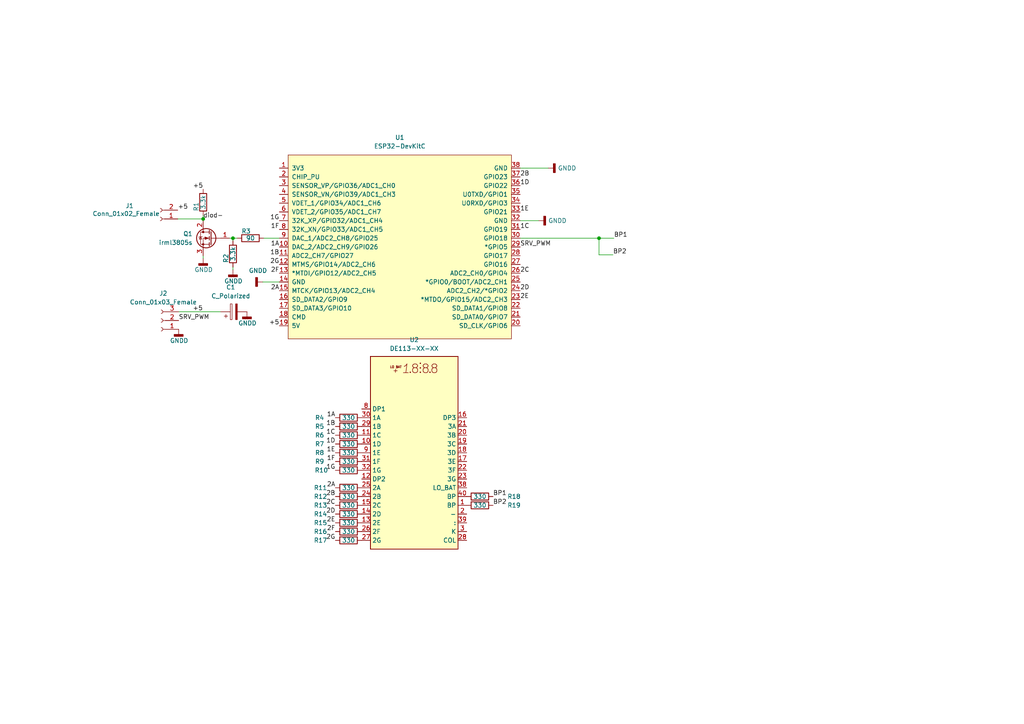
<source format=kicad_sch>
(kicad_sch (version 20211123) (generator eeschema)

  (uuid e63e39d7-6ac0-4ffd-8aa3-1841a4541b55)

  (paper "A4")

  (lib_symbols
    (symbol "Connector:Conn_01x02_Female" (pin_names (offset 1.016) hide) (in_bom yes) (on_board yes)
      (property "Reference" "J" (id 0) (at 0 2.54 0)
        (effects (font (size 1.27 1.27)))
      )
      (property "Value" "Conn_01x02_Female" (id 1) (at 0 -5.08 0)
        (effects (font (size 1.27 1.27)))
      )
      (property "Footprint" "" (id 2) (at 0 0 0)
        (effects (font (size 1.27 1.27)) hide)
      )
      (property "Datasheet" "~" (id 3) (at 0 0 0)
        (effects (font (size 1.27 1.27)) hide)
      )
      (property "ki_keywords" "connector" (id 4) (at 0 0 0)
        (effects (font (size 1.27 1.27)) hide)
      )
      (property "ki_description" "Generic connector, single row, 01x02, script generated (kicad-library-utils/schlib/autogen/connector/)" (id 5) (at 0 0 0)
        (effects (font (size 1.27 1.27)) hide)
      )
      (property "ki_fp_filters" "Connector*:*_1x??_*" (id 6) (at 0 0 0)
        (effects (font (size 1.27 1.27)) hide)
      )
      (symbol "Conn_01x02_Female_1_1"
        (arc (start 0 -2.032) (mid -0.508 -2.54) (end 0 -3.048)
          (stroke (width 0.1524) (type default) (color 0 0 0 0))
          (fill (type none))
        )
        (polyline
          (pts
            (xy -1.27 -2.54)
            (xy -0.508 -2.54)
          )
          (stroke (width 0.1524) (type default) (color 0 0 0 0))
          (fill (type none))
        )
        (polyline
          (pts
            (xy -1.27 0)
            (xy -0.508 0)
          )
          (stroke (width 0.1524) (type default) (color 0 0 0 0))
          (fill (type none))
        )
        (arc (start 0 0.508) (mid -0.508 0) (end 0 -0.508)
          (stroke (width 0.1524) (type default) (color 0 0 0 0))
          (fill (type none))
        )
        (pin passive line (at -5.08 0 0) (length 3.81)
          (name "Pin_1" (effects (font (size 1.27 1.27))))
          (number "1" (effects (font (size 1.27 1.27))))
        )
        (pin passive line (at -5.08 -2.54 0) (length 3.81)
          (name "Pin_2" (effects (font (size 1.27 1.27))))
          (number "2" (effects (font (size 1.27 1.27))))
        )
      )
    )
    (symbol "Connector:Conn_01x03_Female" (pin_names (offset 1.016) hide) (in_bom yes) (on_board yes)
      (property "Reference" "J" (id 0) (at 0 5.08 0)
        (effects (font (size 1.27 1.27)))
      )
      (property "Value" "Conn_01x03_Female" (id 1) (at 0 -5.08 0)
        (effects (font (size 1.27 1.27)))
      )
      (property "Footprint" "" (id 2) (at 0 0 0)
        (effects (font (size 1.27 1.27)) hide)
      )
      (property "Datasheet" "~" (id 3) (at 0 0 0)
        (effects (font (size 1.27 1.27)) hide)
      )
      (property "ki_keywords" "connector" (id 4) (at 0 0 0)
        (effects (font (size 1.27 1.27)) hide)
      )
      (property "ki_description" "Generic connector, single row, 01x03, script generated (kicad-library-utils/schlib/autogen/connector/)" (id 5) (at 0 0 0)
        (effects (font (size 1.27 1.27)) hide)
      )
      (property "ki_fp_filters" "Connector*:*_1x??_*" (id 6) (at 0 0 0)
        (effects (font (size 1.27 1.27)) hide)
      )
      (symbol "Conn_01x03_Female_1_1"
        (arc (start 0 -2.032) (mid -0.508 -2.54) (end 0 -3.048)
          (stroke (width 0.1524) (type default) (color 0 0 0 0))
          (fill (type none))
        )
        (polyline
          (pts
            (xy -1.27 -2.54)
            (xy -0.508 -2.54)
          )
          (stroke (width 0.1524) (type default) (color 0 0 0 0))
          (fill (type none))
        )
        (polyline
          (pts
            (xy -1.27 0)
            (xy -0.508 0)
          )
          (stroke (width 0.1524) (type default) (color 0 0 0 0))
          (fill (type none))
        )
        (polyline
          (pts
            (xy -1.27 2.54)
            (xy -0.508 2.54)
          )
          (stroke (width 0.1524) (type default) (color 0 0 0 0))
          (fill (type none))
        )
        (arc (start 0 0.508) (mid -0.508 0) (end 0 -0.508)
          (stroke (width 0.1524) (type default) (color 0 0 0 0))
          (fill (type none))
        )
        (arc (start 0 3.048) (mid -0.508 2.54) (end 0 2.032)
          (stroke (width 0.1524) (type default) (color 0 0 0 0))
          (fill (type none))
        )
        (pin passive line (at -5.08 2.54 0) (length 3.81)
          (name "Pin_1" (effects (font (size 1.27 1.27))))
          (number "1" (effects (font (size 1.27 1.27))))
        )
        (pin passive line (at -5.08 0 0) (length 3.81)
          (name "Pin_2" (effects (font (size 1.27 1.27))))
          (number "2" (effects (font (size 1.27 1.27))))
        )
        (pin passive line (at -5.08 -2.54 0) (length 3.81)
          (name "Pin_3" (effects (font (size 1.27 1.27))))
          (number "3" (effects (font (size 1.27 1.27))))
        )
      )
    )
    (symbol "Device:C_Polarized" (pin_numbers hide) (pin_names (offset 0.254)) (in_bom yes) (on_board yes)
      (property "Reference" "C" (id 0) (at 0.635 2.54 0)
        (effects (font (size 1.27 1.27)) (justify left))
      )
      (property "Value" "C_Polarized" (id 1) (at 0.635 -2.54 0)
        (effects (font (size 1.27 1.27)) (justify left))
      )
      (property "Footprint" "" (id 2) (at 0.9652 -3.81 0)
        (effects (font (size 1.27 1.27)) hide)
      )
      (property "Datasheet" "~" (id 3) (at 0 0 0)
        (effects (font (size 1.27 1.27)) hide)
      )
      (property "ki_keywords" "cap capacitor" (id 4) (at 0 0 0)
        (effects (font (size 1.27 1.27)) hide)
      )
      (property "ki_description" "Polarized capacitor" (id 5) (at 0 0 0)
        (effects (font (size 1.27 1.27)) hide)
      )
      (property "ki_fp_filters" "CP_*" (id 6) (at 0 0 0)
        (effects (font (size 1.27 1.27)) hide)
      )
      (symbol "C_Polarized_0_1"
        (rectangle (start -2.286 0.508) (end 2.286 1.016)
          (stroke (width 0) (type default) (color 0 0 0 0))
          (fill (type none))
        )
        (polyline
          (pts
            (xy -1.778 2.286)
            (xy -0.762 2.286)
          )
          (stroke (width 0) (type default) (color 0 0 0 0))
          (fill (type none))
        )
        (polyline
          (pts
            (xy -1.27 2.794)
            (xy -1.27 1.778)
          )
          (stroke (width 0) (type default) (color 0 0 0 0))
          (fill (type none))
        )
        (rectangle (start 2.286 -0.508) (end -2.286 -1.016)
          (stroke (width 0) (type default) (color 0 0 0 0))
          (fill (type outline))
        )
      )
      (symbol "C_Polarized_1_1"
        (pin passive line (at 0 3.81 270) (length 2.794)
          (name "~" (effects (font (size 1.27 1.27))))
          (number "1" (effects (font (size 1.27 1.27))))
        )
        (pin passive line (at 0 -3.81 90) (length 2.794)
          (name "~" (effects (font (size 1.27 1.27))))
          (number "2" (effects (font (size 1.27 1.27))))
        )
      )
    )
    (symbol "Device:R" (pin_numbers hide) (pin_names (offset 0)) (in_bom yes) (on_board yes)
      (property "Reference" "R" (id 0) (at 2.032 0 90)
        (effects (font (size 1.27 1.27)))
      )
      (property "Value" "R" (id 1) (at 0 0 90)
        (effects (font (size 1.27 1.27)))
      )
      (property "Footprint" "" (id 2) (at -1.778 0 90)
        (effects (font (size 1.27 1.27)) hide)
      )
      (property "Datasheet" "~" (id 3) (at 0 0 0)
        (effects (font (size 1.27 1.27)) hide)
      )
      (property "ki_keywords" "R res resistor" (id 4) (at 0 0 0)
        (effects (font (size 1.27 1.27)) hide)
      )
      (property "ki_description" "Resistor" (id 5) (at 0 0 0)
        (effects (font (size 1.27 1.27)) hide)
      )
      (property "ki_fp_filters" "R_*" (id 6) (at 0 0 0)
        (effects (font (size 1.27 1.27)) hide)
      )
      (symbol "R_0_1"
        (rectangle (start -1.016 -2.54) (end 1.016 2.54)
          (stroke (width 0.254) (type default) (color 0 0 0 0))
          (fill (type none))
        )
      )
      (symbol "R_1_1"
        (pin passive line (at 0 3.81 270) (length 1.27)
          (name "~" (effects (font (size 1.27 1.27))))
          (number "1" (effects (font (size 1.27 1.27))))
        )
        (pin passive line (at 0 -3.81 90) (length 1.27)
          (name "~" (effects (font (size 1.27 1.27))))
          (number "2" (effects (font (size 1.27 1.27))))
        )
      )
    )
    (symbol "Display_Character:DE113-XX-XX" (in_bom yes) (on_board yes)
      (property "Reference" "U" (id 0) (at -11.43 29.21 0)
        (effects (font (size 1.27 1.27)))
      )
      (property "Value" "DE113-XX-XX" (id 1) (at -11.938 -30.226 0)
        (effects (font (size 1.27 1.27)) (justify left))
      )
      (property "Footprint" "Display_7Segment:DE113-XX-XX" (id 2) (at 0 -33.02 0)
        (effects (font (size 1.27 1.27)) hide)
      )
      (property "Datasheet" "http://www.display-elektronik.de/filter/DE113-MS-20_75.pdf" (id 3) (at -5.08 5.08 0)
        (effects (font (size 1.27 1.27)) hide)
      )
      (property "ki_keywords" "display LCD 7-segment" (id 4) (at 0 0 0)
        (effects (font (size 1.27 1.27)) hide)
      )
      (property "ki_description" "3 and half digit 7 segment transmissive standard LCD with LO BAT, pin length 7.5mm, -20°C to +70°C, 3V-5V VDD" (id 5) (at 0 0 0)
        (effects (font (size 1.27 1.27)) hide)
      )
      (property "ki_fp_filters" "*DE*113*" (id 6) (at 0 0 0)
        (effects (font (size 1.27 1.27)) hide)
      )
      (symbol "DE113-XX-XX_0_0"
        (text "+" (at -5.461 23.876 0)
          (effects (font (size 1.27 1.27) italic))
        )
        (text "." (at -1.143 24.384 0)
          (effects (font (size 2.54 2.54)))
        )
        (text "." (at 1.778 24.384 0)
          (effects (font (size 2.54 2.54)))
        )
        (text "." (at 4.572 24.384 0)
          (effects (font (size 2.54 2.54)))
        )
        (text "1" (at -2.413 24.384 0)
          (effects (font (size 2.54 2.54) italic))
        )
        (text "8" (at 0.254 24.384 0)
          (effects (font (size 2.54 2.54)))
        )
        (text "8" (at 3.302 24.384 0)
          (effects (font (size 2.54 2.54)))
        )
        (text "8" (at 5.842 24.384 0)
          (effects (font (size 2.54 2.54)))
        )
        (text ":" (at 1.778 25.654 0)
          (effects (font (size 2.54 2.54)))
        )
        (text "LO BAT" (at -5.334 24.892 0)
          (effects (font (size 0.635 0.635)))
        )
      )
      (symbol "DE113-XX-XX_0_1"
        (rectangle (start -12.7 27.94) (end 12.7 -27.94)
          (stroke (width 0.254) (type default) (color 0 0 0 0))
          (fill (type background))
        )
      )
      (symbol "DE113-XX-XX_1_1"
        (pin input line (at 15.24 -15.24 180) (length 2.54)
          (name "BP" (effects (font (size 1.27 1.27))))
          (number "1" (effects (font (size 1.27 1.27))))
        )
        (pin input line (at -15.24 2.54 0) (length 2.54)
          (name "1D" (effects (font (size 1.27 1.27))))
          (number "10" (effects (font (size 1.27 1.27))))
        )
        (pin input line (at -15.24 5.08 0) (length 2.54)
          (name "1C" (effects (font (size 1.27 1.27))))
          (number "11" (effects (font (size 1.27 1.27))))
        )
        (pin input line (at -15.24 -7.62 0) (length 2.54)
          (name "DP2" (effects (font (size 1.27 1.27))))
          (number "12" (effects (font (size 1.27 1.27))))
        )
        (pin input line (at -15.24 -20.32 0) (length 2.54)
          (name "2E" (effects (font (size 1.27 1.27))))
          (number "13" (effects (font (size 1.27 1.27))))
        )
        (pin input line (at -15.24 -17.78 0) (length 2.54)
          (name "2D" (effects (font (size 1.27 1.27))))
          (number "14" (effects (font (size 1.27 1.27))))
        )
        (pin input line (at -15.24 -15.24 0) (length 2.54)
          (name "2C" (effects (font (size 1.27 1.27))))
          (number "15" (effects (font (size 1.27 1.27))))
        )
        (pin input line (at 15.24 10.16 180) (length 2.54)
          (name "DP3" (effects (font (size 1.27 1.27))))
          (number "16" (effects (font (size 1.27 1.27))))
        )
        (pin input line (at 15.24 -2.54 180) (length 2.54)
          (name "3E" (effects (font (size 1.27 1.27))))
          (number "17" (effects (font (size 1.27 1.27))))
        )
        (pin input line (at 15.24 0 180) (length 2.54)
          (name "3D" (effects (font (size 1.27 1.27))))
          (number "18" (effects (font (size 1.27 1.27))))
        )
        (pin input line (at 15.24 2.54 180) (length 2.54)
          (name "3C" (effects (font (size 1.27 1.27))))
          (number "19" (effects (font (size 1.27 1.27))))
        )
        (pin input line (at 15.24 -17.78 180) (length 2.54)
          (name "-" (effects (font (size 1.27 1.27))))
          (number "2" (effects (font (size 1.27 1.27))))
        )
        (pin input line (at 15.24 5.08 180) (length 2.54)
          (name "3B" (effects (font (size 1.27 1.27))))
          (number "20" (effects (font (size 1.27 1.27))))
        )
        (pin input line (at 15.24 7.62 180) (length 2.54)
          (name "3A" (effects (font (size 1.27 1.27))))
          (number "21" (effects (font (size 1.27 1.27))))
        )
        (pin input line (at 15.24 -5.08 180) (length 2.54)
          (name "3F" (effects (font (size 1.27 1.27))))
          (number "22" (effects (font (size 1.27 1.27))))
        )
        (pin input line (at 15.24 -7.62 180) (length 2.54)
          (name "3G" (effects (font (size 1.27 1.27))))
          (number "23" (effects (font (size 1.27 1.27))))
        )
        (pin input line (at -15.24 -12.7 0) (length 2.54)
          (name "2B" (effects (font (size 1.27 1.27))))
          (number "24" (effects (font (size 1.27 1.27))))
        )
        (pin input line (at -15.24 -10.16 0) (length 2.54)
          (name "2A" (effects (font (size 1.27 1.27))))
          (number "25" (effects (font (size 1.27 1.27))))
        )
        (pin input line (at -15.24 -22.86 0) (length 2.54)
          (name "2F" (effects (font (size 1.27 1.27))))
          (number "26" (effects (font (size 1.27 1.27))))
        )
        (pin input line (at -15.24 -25.4 0) (length 2.54)
          (name "2G" (effects (font (size 1.27 1.27))))
          (number "27" (effects (font (size 1.27 1.27))))
        )
        (pin input line (at 15.24 -25.4 180) (length 2.54)
          (name "COL" (effects (font (size 1.27 1.27))))
          (number "28" (effects (font (size 1.27 1.27))))
        )
        (pin input line (at -15.24 7.62 0) (length 2.54)
          (name "1B" (effects (font (size 1.27 1.27))))
          (number "29" (effects (font (size 1.27 1.27))))
        )
        (pin input line (at 15.24 -22.86 180) (length 2.54)
          (name "K" (effects (font (size 1.27 1.27))))
          (number "3" (effects (font (size 1.27 1.27))))
        )
        (pin input line (at -15.24 10.16 0) (length 2.54)
          (name "1A" (effects (font (size 1.27 1.27))))
          (number "30" (effects (font (size 1.27 1.27))))
        )
        (pin input line (at -15.24 -2.54 0) (length 2.54)
          (name "1F" (effects (font (size 1.27 1.27))))
          (number "31" (effects (font (size 1.27 1.27))))
        )
        (pin input line (at -15.24 -5.08 0) (length 2.54)
          (name "1G" (effects (font (size 1.27 1.27))))
          (number "32" (effects (font (size 1.27 1.27))))
        )
        (pin no_connect line (at 15.24 12.7 180) (length 2.54) hide
          (name "NC" (effects (font (size 1.27 1.27))))
          (number "33" (effects (font (size 1.27 1.27))))
        )
        (pin no_connect line (at 15.24 15.24 180) (length 2.54) hide
          (name "NC" (effects (font (size 1.27 1.27))))
          (number "34" (effects (font (size 1.27 1.27))))
        )
        (pin no_connect line (at 15.24 17.78 180) (length 2.54) hide
          (name "NC" (effects (font (size 1.27 1.27))))
          (number "35" (effects (font (size 1.27 1.27))))
        )
        (pin no_connect line (at 15.24 20.32 180) (length 2.54) hide
          (name "NC" (effects (font (size 1.27 1.27))))
          (number "36" (effects (font (size 1.27 1.27))))
        )
        (pin no_connect line (at 15.24 22.86 180) (length 2.54) hide
          (name "NC" (effects (font (size 1.27 1.27))))
          (number "37" (effects (font (size 1.27 1.27))))
        )
        (pin input line (at 15.24 -10.16 180) (length 2.54)
          (name "LO_BAT" (effects (font (size 1.27 1.27))))
          (number "38" (effects (font (size 1.27 1.27))))
        )
        (pin input line (at 15.24 -20.32 180) (length 2.54)
          (name ":" (effects (font (size 1.27 1.27))))
          (number "39" (effects (font (size 1.27 1.27))))
        )
        (pin no_connect line (at -15.24 22.86 0) (length 2.54) hide
          (name "NC" (effects (font (size 1.27 1.27))))
          (number "4" (effects (font (size 1.27 1.27))))
        )
        (pin input line (at 15.24 -12.7 180) (length 2.54)
          (name "BP" (effects (font (size 1.27 1.27))))
          (number "40" (effects (font (size 1.27 1.27))))
        )
        (pin no_connect line (at -15.24 20.32 0) (length 2.54) hide
          (name "NC" (effects (font (size 1.27 1.27))))
          (number "5" (effects (font (size 1.27 1.27))))
        )
        (pin no_connect line (at -15.24 17.78 0) (length 2.54) hide
          (name "NC" (effects (font (size 1.27 1.27))))
          (number "6" (effects (font (size 1.27 1.27))))
        )
        (pin no_connect line (at -15.24 15.24 0) (length 2.54) hide
          (name "NC" (effects (font (size 1.27 1.27))))
          (number "7" (effects (font (size 1.27 1.27))))
        )
        (pin input line (at -15.24 12.7 0) (length 2.54)
          (name "DP1" (effects (font (size 1.27 1.27))))
          (number "8" (effects (font (size 1.27 1.27))))
        )
        (pin input line (at -15.24 0 0) (length 2.54)
          (name "1E" (effects (font (size 1.27 1.27))))
          (number "9" (effects (font (size 1.27 1.27))))
        )
      )
    )
    (symbol "Espressif:ESP32-DevKitC" (pin_names (offset 1.016)) (in_bom yes) (on_board yes)
      (property "Reference" "U" (id 0) (at -8.89 26.67 0)
        (effects (font (size 1.27 1.27)))
      )
      (property "Value" "ESP32-DevKitC" (id 1) (at 0 -29.21 0)
        (effects (font (size 1.27 1.27)))
      )
      (property "Footprint" "Espressif:ESP32-DevKitC" (id 2) (at 0 -31.75 0)
        (effects (font (size 1.27 1.27)) hide)
      )
      (property "Datasheet" "https://docs.espressif.com/projects/esp-idf/zh_CN/latest/esp32/hw-reference/esp32/get-started-devkitc.html" (id 3) (at 3.81 -31.75 0)
        (effects (font (size 1.27 1.27)) hide)
      )
      (property "ki_keywords" "ESP32" (id 4) (at 0 0 0)
        (effects (font (size 1.27 1.27)) hide)
      )
      (property "ki_description" "Development Kit" (id 5) (at 0 0 0)
        (effects (font (size 1.27 1.27)) hide)
      )
      (symbol "ESP32-DevKitC_0_0"
        (pin power_in line (at -33.02 -11.43 0) (length 2.54)
          (name "GND" (effects (font (size 1.27 1.27))))
          (number "14" (effects (font (size 1.27 1.27))))
        )
        (pin power_in line (at -33.02 -24.13 0) (length 2.54)
          (name "5V" (effects (font (size 1.27 1.27))))
          (number "19" (effects (font (size 1.27 1.27))))
        )
      )
      (symbol "ESP32-DevKitC_0_1"
        (rectangle (start -30.48 25.4) (end 34.29 -27.94)
          (stroke (width 0) (type default) (color 0 0 0 0))
          (fill (type background))
        )
      )
      (symbol "ESP32-DevKitC_1_1"
        (pin power_in line (at -33.02 21.59 0) (length 2.54)
          (name "3V3" (effects (font (size 1.27 1.27))))
          (number "1" (effects (font (size 1.27 1.27))))
        )
        (pin bidirectional line (at -33.02 -1.27 0) (length 2.54)
          (name "DAC_2/ADC2_CH9/GPIO26" (effects (font (size 1.27 1.27))))
          (number "10" (effects (font (size 1.27 1.27))))
        )
        (pin bidirectional line (at -33.02 -3.81 0) (length 2.54)
          (name "ADC2_CH7/GPIO27" (effects (font (size 1.27 1.27))))
          (number "11" (effects (font (size 1.27 1.27))))
        )
        (pin bidirectional line (at -33.02 -6.35 0) (length 2.54)
          (name "MTMS/GPIO14/ADC2_CH6" (effects (font (size 1.27 1.27))))
          (number "12" (effects (font (size 1.27 1.27))))
        )
        (pin bidirectional line (at -33.02 -8.89 0) (length 2.54)
          (name "*MTDI/GPIO12/ADC2_CH5" (effects (font (size 1.27 1.27))))
          (number "13" (effects (font (size 1.27 1.27))))
        )
        (pin bidirectional line (at -33.02 -13.97 0) (length 2.54)
          (name "MTCK/GPIO13/ADC2_CH4" (effects (font (size 1.27 1.27))))
          (number "15" (effects (font (size 1.27 1.27))))
        )
        (pin bidirectional line (at -33.02 -16.51 0) (length 2.54)
          (name "SD_DATA2/GPIO9" (effects (font (size 1.27 1.27))))
          (number "16" (effects (font (size 1.27 1.27))))
        )
        (pin bidirectional line (at -33.02 -19.05 0) (length 2.54)
          (name "SD_DATA3/GPIO10" (effects (font (size 1.27 1.27))))
          (number "17" (effects (font (size 1.27 1.27))))
        )
        (pin bidirectional line (at -33.02 -21.59 0) (length 2.54)
          (name "CMD" (effects (font (size 1.27 1.27))))
          (number "18" (effects (font (size 1.27 1.27))))
        )
        (pin input line (at -33.02 19.05 0) (length 2.54)
          (name "CHIP_PU" (effects (font (size 1.27 1.27))))
          (number "2" (effects (font (size 1.27 1.27))))
        )
        (pin bidirectional line (at 36.83 -24.13 180) (length 2.54)
          (name "SD_CLK/GPIO6" (effects (font (size 1.27 1.27))))
          (number "20" (effects (font (size 1.27 1.27))))
        )
        (pin bidirectional line (at 36.83 -21.59 180) (length 2.54)
          (name "SD_DATA0/GPIO7" (effects (font (size 1.27 1.27))))
          (number "21" (effects (font (size 1.27 1.27))))
        )
        (pin bidirectional line (at 36.83 -19.05 180) (length 2.54)
          (name "SD_DATA1/GPIO8" (effects (font (size 1.27 1.27))))
          (number "22" (effects (font (size 1.27 1.27))))
        )
        (pin bidirectional line (at 36.83 -16.51 180) (length 2.54)
          (name "*MTDO/GPIO15/ADC2_CH3" (effects (font (size 1.27 1.27))))
          (number "23" (effects (font (size 1.27 1.27))))
        )
        (pin bidirectional line (at 36.83 -13.97 180) (length 2.54)
          (name "ADC2_CH2/*GPIO2" (effects (font (size 1.27 1.27))))
          (number "24" (effects (font (size 1.27 1.27))))
        )
        (pin bidirectional line (at 36.83 -11.43 180) (length 2.54)
          (name "*GPIO0/BOOT/ADC2_CH1" (effects (font (size 1.27 1.27))))
          (number "25" (effects (font (size 1.27 1.27))))
        )
        (pin bidirectional line (at 36.83 -8.89 180) (length 2.54)
          (name "ADC2_CH0/GPIO4" (effects (font (size 1.27 1.27))))
          (number "26" (effects (font (size 1.27 1.27))))
        )
        (pin bidirectional line (at 36.83 -6.35 180) (length 2.54)
          (name "GPIO16" (effects (font (size 1.27 1.27))))
          (number "27" (effects (font (size 1.27 1.27))))
        )
        (pin bidirectional line (at 36.83 -3.81 180) (length 2.54)
          (name "GPIO17" (effects (font (size 1.27 1.27))))
          (number "28" (effects (font (size 1.27 1.27))))
        )
        (pin bidirectional line (at 36.83 -1.27 180) (length 2.54)
          (name "*GPIO5" (effects (font (size 1.27 1.27))))
          (number "29" (effects (font (size 1.27 1.27))))
        )
        (pin input line (at -33.02 16.51 0) (length 2.54)
          (name "SENSOR_VP/GPIO36/ADC1_CH0" (effects (font (size 1.27 1.27))))
          (number "3" (effects (font (size 1.27 1.27))))
        )
        (pin bidirectional line (at 36.83 1.27 180) (length 2.54)
          (name "GPIO18" (effects (font (size 1.27 1.27))))
          (number "30" (effects (font (size 1.27 1.27))))
        )
        (pin bidirectional line (at 36.83 3.81 180) (length 2.54)
          (name "GPIO19" (effects (font (size 1.27 1.27))))
          (number "31" (effects (font (size 1.27 1.27))))
        )
        (pin power_in line (at 36.83 6.35 180) (length 2.54)
          (name "GND" (effects (font (size 1.27 1.27))))
          (number "32" (effects (font (size 1.27 1.27))))
        )
        (pin bidirectional line (at 36.83 8.89 180) (length 2.54)
          (name "GPIO21" (effects (font (size 1.27 1.27))))
          (number "33" (effects (font (size 1.27 1.27))))
        )
        (pin bidirectional line (at 36.83 11.43 180) (length 2.54)
          (name "U0RXD/GPIO3" (effects (font (size 1.27 1.27))))
          (number "34" (effects (font (size 1.27 1.27))))
        )
        (pin bidirectional line (at 36.83 13.97 180) (length 2.54)
          (name "U0TXD/GPIO1" (effects (font (size 1.27 1.27))))
          (number "35" (effects (font (size 1.27 1.27))))
        )
        (pin bidirectional line (at 36.83 16.51 180) (length 2.54)
          (name "GPIO22" (effects (font (size 1.27 1.27))))
          (number "36" (effects (font (size 1.27 1.27))))
        )
        (pin bidirectional line (at 36.83 19.05 180) (length 2.54)
          (name "GPIO23" (effects (font (size 1.27 1.27))))
          (number "37" (effects (font (size 1.27 1.27))))
        )
        (pin power_in line (at 36.83 21.59 180) (length 2.54)
          (name "GND" (effects (font (size 1.27 1.27))))
          (number "38" (effects (font (size 1.27 1.27))))
        )
        (pin input line (at -33.02 13.97 0) (length 2.54)
          (name "SENSOR_VN/GPIO39/ADC1_CH3" (effects (font (size 1.27 1.27))))
          (number "4" (effects (font (size 1.27 1.27))))
        )
        (pin input line (at -33.02 11.43 0) (length 2.54)
          (name "VDET_1/GPIO34/ADC1_CH6" (effects (font (size 1.27 1.27))))
          (number "5" (effects (font (size 1.27 1.27))))
        )
        (pin input line (at -33.02 8.89 0) (length 2.54)
          (name "VDET_2/GPIO35/ADC1_CH7" (effects (font (size 1.27 1.27))))
          (number "6" (effects (font (size 1.27 1.27))))
        )
        (pin bidirectional line (at -33.02 6.35 0) (length 2.54)
          (name "32K_XP/GPIO32/ADC1_CH4" (effects (font (size 1.27 1.27))))
          (number "7" (effects (font (size 1.27 1.27))))
        )
        (pin bidirectional line (at -33.02 3.81 0) (length 2.54)
          (name "32K_XN/GPIO33/ADC1_CH5" (effects (font (size 1.27 1.27))))
          (number "8" (effects (font (size 1.27 1.27))))
        )
        (pin bidirectional line (at -33.02 1.27 0) (length 2.54)
          (name "DAC_1/ADC2_CH8/GPIO25" (effects (font (size 1.27 1.27))))
          (number "9" (effects (font (size 1.27 1.27))))
        )
      )
    )
    (symbol "Transistor_FET:STB15N80K5" (pin_names hide) (in_bom yes) (on_board yes)
      (property "Reference" "Q" (id 0) (at 5.08 1.905 0)
        (effects (font (size 1.27 1.27)) (justify left))
      )
      (property "Value" "STB15N80K5" (id 1) (at 5.08 0 0)
        (effects (font (size 1.27 1.27)) (justify left))
      )
      (property "Footprint" "Package_TO_SOT_SMD:TO-263-2" (id 2) (at 5.08 -1.905 0)
        (effects (font (size 1.27 1.27) italic) (justify left) hide)
      )
      (property "Datasheet" "https://www.st.com/resource/en/datasheet/stb15n80k5.pdf" (id 3) (at 0 0 0)
        (effects (font (size 1.27 1.27)) (justify left) hide)
      )
      (property "ki_keywords" "N-Channel MOSFET" (id 4) (at 0 0 0)
        (effects (font (size 1.27 1.27)) hide)
      )
      (property "ki_description" "14A Id, 800V Vds, N-Channel MOSFET, 375mOhm Ron, D2PAK" (id 5) (at 0 0 0)
        (effects (font (size 1.27 1.27)) hide)
      )
      (property "ki_fp_filters" "TO?263*" (id 6) (at 0 0 0)
        (effects (font (size 1.27 1.27)) hide)
      )
      (symbol "STB15N80K5_0_1"
        (polyline
          (pts
            (xy 0.254 0)
            (xy -2.54 0)
          )
          (stroke (width 0) (type default) (color 0 0 0 0))
          (fill (type none))
        )
        (polyline
          (pts
            (xy 0.254 1.905)
            (xy 0.254 -1.905)
          )
          (stroke (width 0.254) (type default) (color 0 0 0 0))
          (fill (type none))
        )
        (polyline
          (pts
            (xy 0.762 -1.27)
            (xy 0.762 -2.286)
          )
          (stroke (width 0.254) (type default) (color 0 0 0 0))
          (fill (type none))
        )
        (polyline
          (pts
            (xy 0.762 0.508)
            (xy 0.762 -0.508)
          )
          (stroke (width 0.254) (type default) (color 0 0 0 0))
          (fill (type none))
        )
        (polyline
          (pts
            (xy 0.762 2.286)
            (xy 0.762 1.27)
          )
          (stroke (width 0.254) (type default) (color 0 0 0 0))
          (fill (type none))
        )
        (polyline
          (pts
            (xy 2.54 2.54)
            (xy 2.54 1.778)
          )
          (stroke (width 0) (type default) (color 0 0 0 0))
          (fill (type none))
        )
        (polyline
          (pts
            (xy 2.54 -2.54)
            (xy 2.54 0)
            (xy 0.762 0)
          )
          (stroke (width 0) (type default) (color 0 0 0 0))
          (fill (type none))
        )
        (polyline
          (pts
            (xy 0.762 -1.778)
            (xy 3.302 -1.778)
            (xy 3.302 1.778)
            (xy 0.762 1.778)
          )
          (stroke (width 0) (type default) (color 0 0 0 0))
          (fill (type none))
        )
        (polyline
          (pts
            (xy 1.016 0)
            (xy 2.032 0.381)
            (xy 2.032 -0.381)
            (xy 1.016 0)
          )
          (stroke (width 0) (type default) (color 0 0 0 0))
          (fill (type outline))
        )
        (polyline
          (pts
            (xy 2.794 0.508)
            (xy 2.921 0.381)
            (xy 3.683 0.381)
            (xy 3.81 0.254)
          )
          (stroke (width 0) (type default) (color 0 0 0 0))
          (fill (type none))
        )
        (polyline
          (pts
            (xy 3.302 0.381)
            (xy 2.921 -0.254)
            (xy 3.683 -0.254)
            (xy 3.302 0.381)
          )
          (stroke (width 0) (type default) (color 0 0 0 0))
          (fill (type none))
        )
        (circle (center 1.651 0) (radius 2.794)
          (stroke (width 0.254) (type default) (color 0 0 0 0))
          (fill (type none))
        )
        (circle (center 2.54 -1.778) (radius 0.254)
          (stroke (width 0) (type default) (color 0 0 0 0))
          (fill (type outline))
        )
        (circle (center 2.54 1.778) (radius 0.254)
          (stroke (width 0) (type default) (color 0 0 0 0))
          (fill (type outline))
        )
      )
      (symbol "STB15N80K5_1_1"
        (pin passive line (at -5.08 0 0) (length 2.54)
          (name "G" (effects (font (size 1.27 1.27))))
          (number "1" (effects (font (size 1.27 1.27))))
        )
        (pin passive line (at 2.54 5.08 270) (length 2.54)
          (name "D" (effects (font (size 1.27 1.27))))
          (number "2" (effects (font (size 1.27 1.27))))
        )
        (pin passive line (at 2.54 -5.08 90) (length 2.54)
          (name "S" (effects (font (size 1.27 1.27))))
          (number "3" (effects (font (size 1.27 1.27))))
        )
      )
    )
    (symbol "power:GNDD" (power) (pin_names (offset 0)) (in_bom yes) (on_board yes)
      (property "Reference" "#PWR" (id 0) (at 0 -6.35 0)
        (effects (font (size 1.27 1.27)) hide)
      )
      (property "Value" "GNDD" (id 1) (at 0 -3.175 0)
        (effects (font (size 1.27 1.27)))
      )
      (property "Footprint" "" (id 2) (at 0 0 0)
        (effects (font (size 1.27 1.27)) hide)
      )
      (property "Datasheet" "" (id 3) (at 0 0 0)
        (effects (font (size 1.27 1.27)) hide)
      )
      (property "ki_keywords" "power-flag" (id 4) (at 0 0 0)
        (effects (font (size 1.27 1.27)) hide)
      )
      (property "ki_description" "Power symbol creates a global label with name \"GNDD\" , digital ground" (id 5) (at 0 0 0)
        (effects (font (size 1.27 1.27)) hide)
      )
      (symbol "GNDD_0_1"
        (rectangle (start -1.27 -1.524) (end 1.27 -2.032)
          (stroke (width 0.254) (type default) (color 0 0 0 0))
          (fill (type outline))
        )
        (polyline
          (pts
            (xy 0 0)
            (xy 0 -1.524)
          )
          (stroke (width 0) (type default) (color 0 0 0 0))
          (fill (type none))
        )
      )
      (symbol "GNDD_1_1"
        (pin power_in line (at 0 0 270) (length 0) hide
          (name "GNDD" (effects (font (size 1.27 1.27))))
          (number "1" (effects (font (size 1.27 1.27))))
        )
      )
    )
  )

  (junction (at 58.928 63.5) (diameter 0) (color 0 0 0 0)
    (uuid 12fbedba-b0ec-4aab-86df-db923e2195e8)
  )
  (junction (at 173.736 69.088) (diameter 0) (color 0 0 0 0)
    (uuid ae8a3d3f-674d-460e-8a6b-7b1f474315a8)
  )
  (junction (at 67.564 69.088) (diameter 0) (color 0 0 0 0)
    (uuid fae1e363-9de1-4991-9125-a3990268a410)
  )

  (wire (pts (xy 159.004 48.768) (xy 150.876 48.768))
    (stroke (width 0) (type default) (color 0 0 0 0))
    (uuid 050c34f0-9e15-4861-a198-889ced966be9)
  )
  (wire (pts (xy 156.21 64.008) (xy 150.876 64.008))
    (stroke (width 0) (type default) (color 0 0 0 0))
    (uuid 1a277e77-078b-4da4-a5ae-586b71694711)
  )
  (wire (pts (xy 173.736 69.088) (xy 173.736 73.914))
    (stroke (width 0) (type default) (color 0 0 0 0))
    (uuid 1b061cc9-971e-4bed-881f-33189f1174e4)
  )
  (wire (pts (xy 76.454 69.088) (xy 81.026 69.088))
    (stroke (width 0) (type default) (color 0 0 0 0))
    (uuid 2e55fdad-4e49-4abe-aaef-3d3d572315f4)
  )
  (wire (pts (xy 58.928 74.93) (xy 58.928 74.168))
    (stroke (width 0) (type default) (color 0 0 0 0))
    (uuid 3637979c-0be7-4879-977c-e3d3b5bc3ecf)
  )
  (wire (pts (xy 173.736 69.088) (xy 150.876 69.088))
    (stroke (width 0) (type default) (color 0 0 0 0))
    (uuid 3dfb3393-52a0-40a0-a532-edd3ff87f07a)
  )
  (wire (pts (xy 67.564 78.232) (xy 67.564 77.47))
    (stroke (width 0) (type default) (color 0 0 0 0))
    (uuid 4748b2fa-7c7e-4c59-8bab-e8ab89e82760)
  )
  (wire (pts (xy 178.054 69.088) (xy 173.736 69.088))
    (stroke (width 0) (type default) (color 0 0 0 0))
    (uuid 4f7d1b62-b198-44b6-92d2-15a67ec30445)
  )
  (wire (pts (xy 58.928 62.484) (xy 58.928 63.5))
    (stroke (width 0) (type default) (color 0 0 0 0))
    (uuid 514426b3-5ed5-4a6a-a3dd-1b617fe78525)
  )
  (wire (pts (xy 66.548 69.088) (xy 67.564 69.088))
    (stroke (width 0) (type default) (color 0 0 0 0))
    (uuid 665ac965-57b8-4114-a0f6-377928b93d15)
  )
  (wire (pts (xy 64.008 90.424) (xy 51.816 90.424))
    (stroke (width 0) (type default) (color 0 0 0 0))
    (uuid 753a706c-997e-4041-8ec7-103177f0901c)
  )
  (wire (pts (xy 76.2 81.788) (xy 81.026 81.788))
    (stroke (width 0) (type default) (color 0 0 0 0))
    (uuid 76f53cfe-a474-4d06-a4ee-4118e1446cad)
  )
  (wire (pts (xy 67.564 69.85) (xy 67.564 69.088))
    (stroke (width 0) (type default) (color 0 0 0 0))
    (uuid a05392a2-70ca-46c5-8a65-3f6e3fce69e7)
  )
  (wire (pts (xy 67.564 69.088) (xy 68.834 69.088))
    (stroke (width 0) (type default) (color 0 0 0 0))
    (uuid b32549e2-e3e5-4840-b690-495a220621cc)
  )
  (wire (pts (xy 177.8 73.914) (xy 173.736 73.914))
    (stroke (width 0) (type default) (color 0 0 0 0))
    (uuid d37f6cdb-5258-4a56-bf56-128327692bf6)
  )
  (wire (pts (xy 58.928 63.5) (xy 58.928 64.008))
    (stroke (width 0) (type default) (color 0 0 0 0))
    (uuid e19edf2f-e117-49b2-b5c3-2c37b6ca2161)
  )
  (wire (pts (xy 51.562 63.5) (xy 58.928 63.5))
    (stroke (width 0) (type default) (color 0 0 0 0))
    (uuid e2be582e-699a-480c-b878-f3ad1b94b3eb)
  )

  (label "BP2" (at 143.002 146.558 0)
    (effects (font (size 1.27 1.27)) (justify left bottom))
    (uuid 043704a8-cec8-4ac0-a17f-18cde7ab8e8f)
  )
  (label "BP1" (at 178.054 69.088 0)
    (effects (font (size 1.27 1.27)) (justify left bottom))
    (uuid 09690ff9-c53b-41f1-b8ca-07316089b873)
  )
  (label "2F" (at 97.282 154.178 180)
    (effects (font (size 1.27 1.27)) (justify right bottom))
    (uuid 0b4309e6-d217-44ab-ba50-4e409dc1ef20)
  )
  (label "2B" (at 150.876 51.308 0)
    (effects (font (size 1.27 1.27)) (justify left bottom))
    (uuid 0f7d9325-8fe7-4027-8d43-54d3e2564d9c)
  )
  (label "2D" (at 97.282 149.098 180)
    (effects (font (size 1.27 1.27)) (justify right bottom))
    (uuid 122d3191-0b8e-4cd0-b99d-044bb640bbad)
  )
  (label "1D" (at 97.282 128.778 180)
    (effects (font (size 1.27 1.27)) (justify right bottom))
    (uuid 17eb6da3-fa8c-45bd-8bca-d4abe1bfdd06)
  )
  (label "+5" (at 51.562 60.96 0)
    (effects (font (size 1.27 1.27)) (justify left bottom))
    (uuid 1a82f490-302f-4a15-b5d4-b8dfa4bffbbb)
  )
  (label "2B" (at 97.282 144.018 180)
    (effects (font (size 1.27 1.27)) (justify right bottom))
    (uuid 1dc2ffc0-63c1-4a0d-8c49-c9c17ed569e8)
  )
  (label "2A" (at 97.282 141.478 180)
    (effects (font (size 1.27 1.27)) (justify right bottom))
    (uuid 29f571cf-3042-4df5-af8d-16fd3051ebf8)
  )
  (label "2E" (at 150.876 86.868 0)
    (effects (font (size 1.27 1.27)) (justify left bottom))
    (uuid 2a815e5b-7cd0-48b7-bb11-aebda652d294)
  )
  (label "1F" (at 97.282 133.858 180)
    (effects (font (size 1.27 1.27)) (justify right bottom))
    (uuid 2e5e9dba-f23a-499f-b558-4fd609cd0b13)
  )
  (label "2D" (at 150.876 84.328 0)
    (effects (font (size 1.27 1.27)) (justify left bottom))
    (uuid 2fd35d00-cb55-4e79-a948-a7c4b55fdbc7)
  )
  (label "1E" (at 150.876 61.468 0)
    (effects (font (size 1.27 1.27)) (justify left bottom))
    (uuid 3dc1f6e0-b88c-4fe3-a9a0-d2c6687fcfd8)
  )
  (label "SRV_PWM" (at 51.816 92.964 0)
    (effects (font (size 1.27 1.27)) (justify left bottom))
    (uuid 46576454-8e2d-4cc6-9958-16baad4a7988)
  )
  (label "1C" (at 150.876 66.548 0)
    (effects (font (size 1.27 1.27)) (justify left bottom))
    (uuid 49203fca-9878-4bc3-bbe1-b1e9851ac4a6)
  )
  (label "1G" (at 97.282 136.398 180)
    (effects (font (size 1.27 1.27)) (justify right bottom))
    (uuid 5bca2c0c-edfe-4fd9-927e-d801c4441f4a)
  )
  (label "2F" (at 81.026 79.248 180)
    (effects (font (size 1.27 1.27)) (justify right bottom))
    (uuid 68882526-164c-4b3c-acc3-fa4529c8d97e)
  )
  (label "1D" (at 150.876 53.848 0)
    (effects (font (size 1.27 1.27)) (justify left bottom))
    (uuid 6c091f84-27dc-4d6c-a052-740810774b7f)
  )
  (label "2C" (at 97.282 146.558 180)
    (effects (font (size 1.27 1.27)) (justify right bottom))
    (uuid 6d7d1796-34cc-4e2b-89ed-1b94a30b36dc)
  )
  (label "1G" (at 81.026 64.008 180)
    (effects (font (size 1.27 1.27)) (justify right bottom))
    (uuid 6db3270c-a7bb-4aae-a333-55edc8abb697)
  )
  (label "+5" (at 55.88 90.424 0)
    (effects (font (size 1.27 1.27)) (justify left bottom))
    (uuid 7a9c0a5e-83e1-4bc8-85ae-3bff7897c1a4)
  )
  (label "BP2" (at 177.8 73.914 0)
    (effects (font (size 1.27 1.27)) (justify left bottom))
    (uuid 7b15e077-4381-4583-aa61-6c8b58f4030f)
  )
  (label "2A" (at 81.026 84.328 180)
    (effects (font (size 1.27 1.27)) (justify right bottom))
    (uuid 87fa1175-027a-4ad3-9a78-f0fa1efe6572)
  )
  (label "1F" (at 81.026 66.548 180)
    (effects (font (size 1.27 1.27)) (justify right bottom))
    (uuid 912c5a73-fdce-4ebb-9e87-52e134ed4112)
  )
  (label "1B" (at 97.282 123.698 180)
    (effects (font (size 1.27 1.27)) (justify right bottom))
    (uuid 99df7c37-756b-4a39-af4e-63efcb1752b7)
  )
  (label "diod-" (at 58.928 63.5 0)
    (effects (font (size 1.27 1.27)) (justify left bottom))
    (uuid 9eb6a75e-443e-4c31-afdb-8a3f45b34611)
  )
  (label "+5" (at 58.928 54.864 180)
    (effects (font (size 1.27 1.27)) (justify right bottom))
    (uuid a47531c2-7e15-4493-9f2f-aa93e4c5835b)
  )
  (label "2E" (at 97.282 151.638 180)
    (effects (font (size 1.27 1.27)) (justify right bottom))
    (uuid ab614ba3-eabf-42e6-8936-ce87c5e291f8)
  )
  (label "SRV_PWM" (at 150.876 71.628 0)
    (effects (font (size 1.27 1.27)) (justify left bottom))
    (uuid b2cf9729-2286-4379-971a-d7f9ec9197e7)
  )
  (label "BP1" (at 143.002 144.018 0)
    (effects (font (size 1.27 1.27)) (justify left bottom))
    (uuid b45f2fee-1a57-4a21-af4a-b5a9fa208095)
  )
  (label "2G" (at 97.282 156.718 180)
    (effects (font (size 1.27 1.27)) (justify right bottom))
    (uuid b7a36a74-d1c7-4ae9-aa22-c0d004402042)
  )
  (label "2G" (at 81.026 76.708 180)
    (effects (font (size 1.27 1.27)) (justify right bottom))
    (uuid bc57a2e2-62e9-478f-b9e7-cade5cbca5ac)
  )
  (label "1A" (at 97.282 121.158 180)
    (effects (font (size 1.27 1.27)) (justify right bottom))
    (uuid cfd788f9-0467-434f-be4c-80b43773d778)
  )
  (label "1A" (at 81.026 71.628 180)
    (effects (font (size 1.27 1.27)) (justify right bottom))
    (uuid d32bf400-53e1-4ce2-8cbd-59ab01d78625)
  )
  (label "2C" (at 150.876 79.248 0)
    (effects (font (size 1.27 1.27)) (justify left bottom))
    (uuid dc39d721-af93-41d2-b813-9a51543aa7a5)
  )
  (label "1C" (at 97.282 126.238 180)
    (effects (font (size 1.27 1.27)) (justify right bottom))
    (uuid de54835c-7df6-47ca-a705-7fa0301aa295)
  )
  (label "1E" (at 97.282 131.318 180)
    (effects (font (size 1.27 1.27)) (justify right bottom))
    (uuid ebd6263a-30b9-4108-a281-6b6ada509254)
  )
  (label "1B" (at 81.026 74.168 180)
    (effects (font (size 1.27 1.27)) (justify right bottom))
    (uuid fa33e7a7-f455-4006-874c-beed98a8e120)
  )
  (label "+5" (at 81.026 94.488 180)
    (effects (font (size 1.27 1.27)) (justify right bottom))
    (uuid fa63d8c0-7d65-4b60-b61f-99e2f742ec14)
  )

  (symbol (lib_id "Device:R") (at 101.092 141.478 90) (unit 1)
    (in_bom yes) (on_board yes)
    (uuid 017daa1c-279b-4cd6-b429-ee057747a998)
    (property "Reference" "R11" (id 0) (at 92.964 141.478 90))
    (property "Value" "330" (id 1) (at 101.092 141.478 90))
    (property "Footprint" "Resistor_SMD:R_0805_2012Metric_Pad1.20x1.40mm_HandSolder" (id 2) (at 101.092 143.256 90)
      (effects (font (size 1.27 1.27)) hide)
    )
    (property "Datasheet" "~" (id 3) (at 101.092 141.478 0)
      (effects (font (size 1.27 1.27)) hide)
    )
    (pin "1" (uuid 64c8c37b-ab84-4f8f-a2e7-6e1caa385b63))
    (pin "2" (uuid 66a6e801-e805-4d05-9a1a-4df3ff0864f3))
  )

  (symbol (lib_id "power:GNDD") (at 71.628 90.424 0) (unit 1)
    (in_bom yes) (on_board yes)
    (uuid 0697bfb3-b6a7-42af-b54e-f5c2b4ab723a)
    (property "Reference" "#PWR04" (id 0) (at 71.628 96.774 0)
      (effects (font (size 1.27 1.27)) hide)
    )
    (property "Value" "GNDD" (id 1) (at 69.088 93.726 0)
      (effects (font (size 1.27 1.27)) (justify left))
    )
    (property "Footprint" "" (id 2) (at 71.628 90.424 0)
      (effects (font (size 1.27 1.27)) hide)
    )
    (property "Datasheet" "" (id 3) (at 71.628 90.424 0)
      (effects (font (size 1.27 1.27)) hide)
    )
    (pin "1" (uuid f9dc1aa0-7468-4be4-bd31-8901fd66bd1f))
  )

  (symbol (lib_id "Device:R") (at 101.092 131.318 90) (unit 1)
    (in_bom yes) (on_board yes)
    (uuid 06b99e07-f9aa-4492-ae85-a009c1d34dc3)
    (property "Reference" "R8" (id 0) (at 92.71 131.318 90))
    (property "Value" "330" (id 1) (at 101.092 131.318 90))
    (property "Footprint" "Resistor_SMD:R_0805_2012Metric_Pad1.20x1.40mm_HandSolder" (id 2) (at 101.092 133.096 90)
      (effects (font (size 1.27 1.27)) hide)
    )
    (property "Datasheet" "~" (id 3) (at 101.092 131.318 0)
      (effects (font (size 1.27 1.27)) hide)
    )
    (pin "1" (uuid bafa3414-754a-4306-8f29-5b28a1f69f04))
    (pin "2" (uuid 78e6722d-4549-4f8f-8040-4acd8228d2c2))
  )

  (symbol (lib_id "Connector:Conn_01x03_Female") (at 46.736 92.964 180) (unit 1)
    (in_bom yes) (on_board yes) (fields_autoplaced)
    (uuid 0b802a2b-e754-4e38-9bc1-058db9d41f5a)
    (property "Reference" "J2" (id 0) (at 47.371 85.09 0))
    (property "Value" "Conn_01x03_Female" (id 1) (at 47.371 87.63 0))
    (property "Footprint" "Connector_PinHeader_2.54mm:PinHeader_1x03_P2.54mm_Vertical" (id 2) (at 46.736 92.964 0)
      (effects (font (size 1.27 1.27)) hide)
    )
    (property "Datasheet" "~" (id 3) (at 46.736 92.964 0)
      (effects (font (size 1.27 1.27)) hide)
    )
    (pin "1" (uuid 15a69f44-424f-44b4-a8ff-cdc535ca84ee))
    (pin "2" (uuid 19a44cb3-a9f7-4898-9023-3ec93408836b))
    (pin "3" (uuid e3c308e9-1723-4bfb-812c-864118512225))
  )

  (symbol (lib_id "power:GNDD") (at 76.2 81.788 270) (unit 1)
    (in_bom yes) (on_board yes)
    (uuid 154f3efd-784e-4127-9e44-345e11cb2d80)
    (property "Reference" "#PWR05" (id 0) (at 69.85 81.788 0)
      (effects (font (size 1.27 1.27)) hide)
    )
    (property "Value" "GNDD" (id 1) (at 72.136 78.486 90)
      (effects (font (size 1.27 1.27)) (justify left))
    )
    (property "Footprint" "" (id 2) (at 76.2 81.788 0)
      (effects (font (size 1.27 1.27)) hide)
    )
    (property "Datasheet" "" (id 3) (at 76.2 81.788 0)
      (effects (font (size 1.27 1.27)) hide)
    )
    (pin "1" (uuid 41c7437a-22ce-4911-a228-68b8cbb007c7))
  )

  (symbol (lib_id "Device:R") (at 101.092 146.558 90) (unit 1)
    (in_bom yes) (on_board yes)
    (uuid 1cea20a2-8755-458b-bb49-98d8c78fe4d5)
    (property "Reference" "R13" (id 0) (at 92.964 146.558 90))
    (property "Value" "330" (id 1) (at 101.092 146.558 90))
    (property "Footprint" "Resistor_SMD:R_0805_2012Metric_Pad1.20x1.40mm_HandSolder" (id 2) (at 101.092 148.336 90)
      (effects (font (size 1.27 1.27)) hide)
    )
    (property "Datasheet" "~" (id 3) (at 101.092 146.558 0)
      (effects (font (size 1.27 1.27)) hide)
    )
    (pin "1" (uuid d2cef2d2-ad5a-4985-acb6-66de2ef2b6de))
    (pin "2" (uuid f03979ec-5f11-449a-999d-89f8abe53996))
  )

  (symbol (lib_id "Device:R") (at 101.092 128.778 90) (unit 1)
    (in_bom yes) (on_board yes)
    (uuid 22001282-e986-441b-925f-4414c5572725)
    (property "Reference" "R7" (id 0) (at 92.71 128.778 90))
    (property "Value" "330" (id 1) (at 101.092 128.778 90))
    (property "Footprint" "Resistor_SMD:R_0805_2012Metric_Pad1.20x1.40mm_HandSolder" (id 2) (at 101.092 130.556 90)
      (effects (font (size 1.27 1.27)) hide)
    )
    (property "Datasheet" "~" (id 3) (at 101.092 128.778 0)
      (effects (font (size 1.27 1.27)) hide)
    )
    (pin "1" (uuid 434a283f-f827-4e68-931f-9376e4800b4d))
    (pin "2" (uuid 22ce7fb9-569a-4d9e-838c-f86a42097e33))
  )

  (symbol (lib_id "Device:C_Polarized") (at 67.818 90.424 90) (unit 1)
    (in_bom yes) (on_board yes) (fields_autoplaced)
    (uuid 2aca316e-5dd1-4042-857c-ce95c55bc2e7)
    (property "Reference" "C1" (id 0) (at 66.929 83.312 90))
    (property "Value" "C_Polarized" (id 1) (at 66.929 85.852 90))
    (property "Footprint" "Capacitor_THT:CP_Radial_D10.0mm_P5.00mm" (id 2) (at 71.628 89.4588 0)
      (effects (font (size 1.27 1.27)) hide)
    )
    (property "Datasheet" "~" (id 3) (at 67.818 90.424 0)
      (effects (font (size 1.27 1.27)) hide)
    )
    (pin "1" (uuid fc81141a-ed3f-4712-802d-487e1e48837f))
    (pin "2" (uuid 3a58d8d4-77c4-46c3-bd40-c786cb798a3e))
  )

  (symbol (lib_id "Device:R") (at 101.092 149.098 90) (unit 1)
    (in_bom yes) (on_board yes)
    (uuid 2b026f0e-be27-462f-8591-0aedd21c4de2)
    (property "Reference" "R14" (id 0) (at 92.964 149.098 90))
    (property "Value" "330" (id 1) (at 101.092 149.098 90))
    (property "Footprint" "Resistor_SMD:R_0805_2012Metric_Pad1.20x1.40mm_HandSolder" (id 2) (at 101.092 150.876 90)
      (effects (font (size 1.27 1.27)) hide)
    )
    (property "Datasheet" "~" (id 3) (at 101.092 149.098 0)
      (effects (font (size 1.27 1.27)) hide)
    )
    (pin "1" (uuid b03e8415-8da1-4cfd-87dc-3304ebe8e4fe))
    (pin "2" (uuid b64a68c6-4d5e-4b8e-b3ac-fb72288f2073))
  )

  (symbol (lib_id "power:GNDD") (at 159.004 48.768 90) (unit 1)
    (in_bom yes) (on_board yes) (fields_autoplaced)
    (uuid 2e677099-c8cc-4cd1-8d0d-08906a35c6fe)
    (property "Reference" "#PWR07" (id 0) (at 165.354 48.768 0)
      (effects (font (size 1.27 1.27)) hide)
    )
    (property "Value" "GNDD" (id 1) (at 161.798 48.7679 90)
      (effects (font (size 1.27 1.27)) (justify right))
    )
    (property "Footprint" "" (id 2) (at 159.004 48.768 0)
      (effects (font (size 1.27 1.27)) hide)
    )
    (property "Datasheet" "" (id 3) (at 159.004 48.768 0)
      (effects (font (size 1.27 1.27)) hide)
    )
    (pin "1" (uuid 9f61c33c-1d48-4958-b289-94fe27418455))
  )

  (symbol (lib_id "Device:R") (at 58.928 58.674 180) (unit 1)
    (in_bom yes) (on_board yes)
    (uuid 3905e4a8-7cd6-42f5-9822-fa321f148559)
    (property "Reference" "R1" (id 0) (at 56.896 59.944 90))
    (property "Value" "3.3k" (id 1) (at 58.928 58.674 90))
    (property "Footprint" "Resistor_SMD:R_0805_2012Metric_Pad1.20x1.40mm_HandSolder" (id 2) (at 60.706 58.674 90)
      (effects (font (size 1.27 1.27)) hide)
    )
    (property "Datasheet" "~" (id 3) (at 58.928 58.674 0)
      (effects (font (size 1.27 1.27)) hide)
    )
    (pin "1" (uuid 9f489bed-564d-44a6-bba5-84159409e76a))
    (pin "2" (uuid 94220818-5a2b-4725-aa85-eef7c122ab5d))
  )

  (symbol (lib_id "Device:R") (at 101.092 136.398 90) (unit 1)
    (in_bom yes) (on_board yes)
    (uuid 467ef5c0-e837-4561-b25d-2a7cfb7a261c)
    (property "Reference" "R10" (id 0) (at 93.218 136.398 90))
    (property "Value" "330" (id 1) (at 101.092 136.398 90))
    (property "Footprint" "Resistor_SMD:R_0805_2012Metric_Pad1.20x1.40mm_HandSolder" (id 2) (at 101.092 138.176 90)
      (effects (font (size 1.27 1.27)) hide)
    )
    (property "Datasheet" "~" (id 3) (at 101.092 136.398 0)
      (effects (font (size 1.27 1.27)) hide)
    )
    (pin "1" (uuid 8767d679-21f6-4345-a316-f233499d27aa))
    (pin "2" (uuid 53694987-8e7a-4cd2-9966-223bf2e61150))
  )

  (symbol (lib_id "Transistor_FET:STB15N80K5") (at 61.468 69.088 0) (mirror y) (unit 1)
    (in_bom yes) (on_board yes) (fields_autoplaced)
    (uuid 496e0b45-135a-4fe0-922c-5d230b33cc3c)
    (property "Reference" "Q1" (id 0) (at 55.88 67.8179 0)
      (effects (font (size 1.27 1.27)) (justify left))
    )
    (property "Value" "irml3805s" (id 1) (at 55.88 70.3579 0)
      (effects (font (size 1.27 1.27)) (justify left))
    )
    (property "Footprint" "Package_TO_SOT_SMD:TO-263-2" (id 2) (at 56.388 70.993 0)
      (effects (font (size 1.27 1.27) italic) (justify left) hide)
    )
    (property "Datasheet" "https://www.st.com/resource/en/datasheet/stb15n80k5.pdf" (id 3) (at 61.468 69.088 0)
      (effects (font (size 1.27 1.27)) (justify left) hide)
    )
    (pin "1" (uuid cba20ced-bdf5-45d7-a430-2ad440324a2e))
    (pin "2" (uuid 573185fd-b44c-4fb0-9069-23b0a2945f11))
    (pin "3" (uuid 6904ab5d-4a3e-4658-8a0a-5c287880916f))
  )

  (symbol (lib_id "Device:R") (at 72.644 69.088 90) (unit 1)
    (in_bom yes) (on_board yes)
    (uuid 4ba2a4c1-78ae-4f48-bf98-683b80396d8a)
    (property "Reference" "R3" (id 0) (at 71.374 67.056 90))
    (property "Value" "90" (id 1) (at 72.644 69.088 90))
    (property "Footprint" "Resistor_SMD:R_0805_2012Metric_Pad1.20x1.40mm_HandSolder" (id 2) (at 72.644 70.866 90)
      (effects (font (size 1.27 1.27)) hide)
    )
    (property "Datasheet" "~" (id 3) (at 72.644 69.088 0)
      (effects (font (size 1.27 1.27)) hide)
    )
    (pin "1" (uuid 286ff1c1-7f81-43d0-a965-1a0fff0c51b1))
    (pin "2" (uuid 86e09325-2216-48ad-a449-2ea6a7d9c268))
  )

  (symbol (lib_id "Device:R") (at 139.192 144.018 90) (unit 1)
    (in_bom yes) (on_board yes)
    (uuid 4df6f8d3-f9de-4296-8abc-9e4f823f9945)
    (property "Reference" "R18" (id 0) (at 149.098 144.018 90))
    (property "Value" "330" (id 1) (at 139.192 144.018 90))
    (property "Footprint" "Resistor_SMD:R_0805_2012Metric_Pad1.20x1.40mm_HandSolder" (id 2) (at 139.192 145.796 90)
      (effects (font (size 1.27 1.27)) hide)
    )
    (property "Datasheet" "~" (id 3) (at 139.192 144.018 0)
      (effects (font (size 1.27 1.27)) hide)
    )
    (pin "1" (uuid 003d9b64-daa9-4a46-8bb7-0c1c7555a2ca))
    (pin "2" (uuid 82ec7b47-bbe6-4ffc-8c73-686c450bd294))
  )

  (symbol (lib_id "power:GNDD") (at 51.816 95.504 0) (unit 1)
    (in_bom yes) (on_board yes)
    (uuid 516bb3b5-0c9a-4da7-abb7-bbfcf6a15f20)
    (property "Reference" "#PWR01" (id 0) (at 51.816 101.854 0)
      (effects (font (size 1.27 1.27)) hide)
    )
    (property "Value" "GNDD" (id 1) (at 49.276 98.806 0)
      (effects (font (size 1.27 1.27)) (justify left))
    )
    (property "Footprint" "" (id 2) (at 51.816 95.504 0)
      (effects (font (size 1.27 1.27)) hide)
    )
    (property "Datasheet" "" (id 3) (at 51.816 95.504 0)
      (effects (font (size 1.27 1.27)) hide)
    )
    (pin "1" (uuid e6afb96c-861a-48b4-be83-1e31d662d06b))
  )

  (symbol (lib_id "Device:R") (at 101.092 154.178 90) (unit 1)
    (in_bom yes) (on_board yes)
    (uuid 52803120-1a69-4e49-988a-fd234e6939a4)
    (property "Reference" "R16" (id 0) (at 92.964 154.178 90))
    (property "Value" "330" (id 1) (at 101.092 154.178 90))
    (property "Footprint" "Resistor_SMD:R_0805_2012Metric_Pad1.20x1.40mm_HandSolder" (id 2) (at 101.092 155.956 90)
      (effects (font (size 1.27 1.27)) hide)
    )
    (property "Datasheet" "~" (id 3) (at 101.092 154.178 0)
      (effects (font (size 1.27 1.27)) hide)
    )
    (pin "1" (uuid bbadbaf0-8db1-4179-9db1-06cd11f927bf))
    (pin "2" (uuid 8826315c-dfd8-42d1-9371-a6bf0242fd7f))
  )

  (symbol (lib_id "Espressif:ESP32-DevKitC") (at 114.046 70.358 0) (unit 1)
    (in_bom yes) (on_board yes) (fields_autoplaced)
    (uuid 5dc6b3c4-0314-4b72-9c02-5c31c9696222)
    (property "Reference" "U1" (id 0) (at 115.951 39.878 0))
    (property "Value" "ESP32-DevKitC" (id 1) (at 115.951 42.418 0))
    (property "Footprint" "Espressif:ESP32-DevKitC" (id 2) (at 114.046 102.108 0)
      (effects (font (size 1.27 1.27)) hide)
    )
    (property "Datasheet" "https://docs.espressif.com/projects/esp-idf/zh_CN/latest/esp32/hw-reference/esp32/get-started-devkitc.html" (id 3) (at 117.856 102.108 0)
      (effects (font (size 1.27 1.27)) hide)
    )
    (pin "14" (uuid 0f66e696-9cb4-4eea-9b65-24f44a315be1))
    (pin "19" (uuid e2c88138-1c5c-46b8-98dd-235b96edaca3))
    (pin "1" (uuid 24ce9804-f6bb-4998-8858-2662d603348f))
    (pin "10" (uuid 10d1ff9f-07f2-4684-a61b-1b86993123cd))
    (pin "11" (uuid 659ec60c-d858-4d32-9c7a-61707502ee2b))
    (pin "12" (uuid 64deb947-f20a-4168-afed-5559a76a954a))
    (pin "13" (uuid 81b568f8-4706-4fd3-8298-4d10a2338f72))
    (pin "15" (uuid b2b50516-6739-48d7-9479-854f44333dae))
    (pin "16" (uuid cf252227-39b7-428e-b500-c02f532bd8d6))
    (pin "17" (uuid f9cf24ef-51f8-41f6-933c-616bb66d7c73))
    (pin "18" (uuid 29f787be-1885-4466-b55f-fa435edc7234))
    (pin "2" (uuid 70f42b34-1de2-4cbc-b748-58f930fe5ac6))
    (pin "20" (uuid ecb82840-fd17-46de-9af7-dc881668b163))
    (pin "21" (uuid aafae63b-ef0a-49bf-baf4-d74a73e813d2))
    (pin "22" (uuid ff0a6ce9-183a-4b0e-9b62-a206c512214a))
    (pin "23" (uuid 25a9a8e2-b1e7-4452-a7ba-eae734e401f0))
    (pin "24" (uuid b423ba37-c18f-4bd5-b50b-9be690cd1990))
    (pin "25" (uuid 55cc9811-29f5-400a-a565-5c4507a7210d))
    (pin "26" (uuid 6798c080-6318-4340-8a4e-ba2be899758d))
    (pin "27" (uuid 57c48f99-6315-4ef8-85e8-44b05cf98606))
    (pin "28" (uuid a6491e0a-0397-40d4-bc27-39833c0a0f6c))
    (pin "29" (uuid 6db3ac80-17f6-41e5-acb9-eba01d88e2e9))
    (pin "3" (uuid 28f95723-d293-4138-8987-32391f8bfa41))
    (pin "30" (uuid 85a48fbc-af62-4dd5-ad81-6968e8ffdab3))
    (pin "31" (uuid 17e95f40-ddbe-40f0-8a50-078a6e5e96be))
    (pin "32" (uuid 90a72663-ff85-4756-99ab-d970e7f13ca5))
    (pin "33" (uuid beea4fd6-1c49-473f-8682-1c0e275a8786))
    (pin "34" (uuid 9207884b-4166-49d3-b211-d6acfbb27642))
    (pin "35" (uuid 6ec515f0-050b-442e-9b98-a99a43cc8c90))
    (pin "36" (uuid 63a7cf3f-abce-42fb-b778-80e472f2ad88))
    (pin "37" (uuid cdc6992a-74b9-4477-ba80-e95d6af02d77))
    (pin "38" (uuid 303ff04e-2449-4981-b879-a57498efec8b))
    (pin "4" (uuid d72f0bc5-f7a8-406c-af51-0df854d0a446))
    (pin "5" (uuid cd59b077-329b-4570-8e3a-7e7752f9174e))
    (pin "6" (uuid c2c9bec9-4aa7-484d-8866-69e75a75765f))
    (pin "7" (uuid 54a31ad1-6633-4547-a6af-d7359d9918e1))
    (pin "8" (uuid b3586422-3df5-4f17-ad03-7eb9b0183acc))
    (pin "9" (uuid 30a40503-6031-4b52-b033-6d5d8d293e9f))
  )

  (symbol (lib_id "Device:R") (at 101.092 151.638 90) (unit 1)
    (in_bom yes) (on_board yes)
    (uuid 64e3d4eb-de06-4294-b550-ad61bfefef91)
    (property "Reference" "R15" (id 0) (at 92.964 151.638 90))
    (property "Value" "330" (id 1) (at 101.092 151.638 90))
    (property "Footprint" "Resistor_SMD:R_0805_2012Metric_Pad1.20x1.40mm_HandSolder" (id 2) (at 101.092 153.416 90)
      (effects (font (size 1.27 1.27)) hide)
    )
    (property "Datasheet" "~" (id 3) (at 101.092 151.638 0)
      (effects (font (size 1.27 1.27)) hide)
    )
    (pin "1" (uuid 32a76048-0b24-4578-9b77-5ca86f855a1e))
    (pin "2" (uuid 0e90ed37-e5e8-4d93-a91e-0c33e3f67f7b))
  )

  (symbol (lib_id "Connector:Conn_01x02_Female") (at 46.482 63.5 180) (unit 1)
    (in_bom yes) (on_board yes)
    (uuid 6aa0a0ff-c9c4-4c0e-b1e2-b6d0125e9942)
    (property "Reference" "J1" (id 0) (at 37.592 59.69 0))
    (property "Value" "Conn_01x02_Female" (id 1) (at 36.576 61.976 0))
    (property "Footprint" "Connector_PinHeader_2.54mm:PinHeader_1x02_P2.54mm_Vertical" (id 2) (at 46.482 63.5 0)
      (effects (font (size 1.27 1.27)) hide)
    )
    (property "Datasheet" "~" (id 3) (at 46.482 63.5 0)
      (effects (font (size 1.27 1.27)) hide)
    )
    (pin "1" (uuid d3d27a26-a696-45f1-aefd-f64d192e08c3))
    (pin "2" (uuid a84f4381-1b03-43f1-bcda-39a432421b3d))
  )

  (symbol (lib_id "power:GNDD") (at 156.21 64.008 90) (unit 1)
    (in_bom yes) (on_board yes) (fields_autoplaced)
    (uuid 70c4d281-928b-4083-b7c3-02b0434d8a82)
    (property "Reference" "#PWR06" (id 0) (at 162.56 64.008 0)
      (effects (font (size 1.27 1.27)) hide)
    )
    (property "Value" "GNDD" (id 1) (at 159.004 64.0079 90)
      (effects (font (size 1.27 1.27)) (justify right))
    )
    (property "Footprint" "" (id 2) (at 156.21 64.008 0)
      (effects (font (size 1.27 1.27)) hide)
    )
    (property "Datasheet" "" (id 3) (at 156.21 64.008 0)
      (effects (font (size 1.27 1.27)) hide)
    )
    (pin "1" (uuid 28d6970a-2181-4b77-9c7a-52b16ed875de))
  )

  (symbol (lib_id "Device:R") (at 139.192 146.558 90) (unit 1)
    (in_bom yes) (on_board yes)
    (uuid 86ac85e8-927c-4be7-8703-36571ecbfa3a)
    (property "Reference" "R19" (id 0) (at 149.098 146.558 90))
    (property "Value" "330" (id 1) (at 139.192 146.558 90))
    (property "Footprint" "Resistor_SMD:R_0805_2012Metric_Pad1.20x1.40mm_HandSolder" (id 2) (at 139.192 148.336 90)
      (effects (font (size 1.27 1.27)) hide)
    )
    (property "Datasheet" "~" (id 3) (at 139.192 146.558 0)
      (effects (font (size 1.27 1.27)) hide)
    )
    (pin "1" (uuid 07e4f455-7beb-4395-8cd6-6121bc105420))
    (pin "2" (uuid f45ca0b3-16d1-43d2-9291-ccc61f18597e))
  )

  (symbol (lib_id "Display_Character:DE113-XX-XX") (at 120.142 131.318 0) (unit 1)
    (in_bom yes) (on_board yes) (fields_autoplaced)
    (uuid 976a8986-cead-4669-aa7e-4049e319fd9e)
    (property "Reference" "U2" (id 0) (at 120.142 98.552 0))
    (property "Value" "DE113-XX-XX" (id 1) (at 120.142 101.092 0))
    (property "Footprint" "Display_7Segment:DE113-XX-XX" (id 2) (at 120.142 164.338 0)
      (effects (font (size 1.27 1.27)) hide)
    )
    (property "Datasheet" "http://www.display-elektronik.de/filter/DE113-MS-20_75.pdf" (id 3) (at 115.062 126.238 0)
      (effects (font (size 1.27 1.27)) hide)
    )
    (pin "1" (uuid c600a84d-a5dd-43f1-81ff-4c61cbc37f96))
    (pin "10" (uuid f765cc21-5c91-4450-8ef6-92b6af193056))
    (pin "11" (uuid e3d36b2d-a322-46bd-a6d3-5812b359f320))
    (pin "12" (uuid 8a6fcb8a-0f73-4ff3-91f4-739dbc10a1ae))
    (pin "13" (uuid ddc8cc4d-d62d-4e83-924d-b48a2127da37))
    (pin "14" (uuid 4c75339a-4df7-4ab8-af17-73672249e3ed))
    (pin "15" (uuid 1f0a3431-8e61-460e-9f3c-00118365bdaa))
    (pin "16" (uuid 99b38a43-3683-4b5c-852b-9bb2d8c5e52e))
    (pin "17" (uuid a1d824ce-3263-468e-a513-2ca1cee94c7c))
    (pin "18" (uuid 89b97fba-fd1b-47c1-980f-0884307d8ae7))
    (pin "19" (uuid 78e4f6d3-df13-40b7-bb65-23bc8cd9e9f5))
    (pin "2" (uuid 78de9fc4-6c47-4a93-9822-4b1ff7c41dff))
    (pin "20" (uuid f7af9926-d673-47e2-b0e5-84f848580ea7))
    (pin "21" (uuid 0950003c-b93e-45ac-9179-585455693967))
    (pin "22" (uuid a0b96401-eba4-45d5-9806-17f5f4bc9d57))
    (pin "23" (uuid a8349636-5aed-4d6e-95d9-33be37accd1f))
    (pin "24" (uuid 3ed55701-d1ad-4148-b240-848355572339))
    (pin "25" (uuid 8e92d65e-986f-464f-8519-6979d0fee1f7))
    (pin "26" (uuid d24e9699-fd8c-4991-b27d-3ada3bfe700f))
    (pin "27" (uuid b17a445a-e62f-4849-9c95-5600fd578c38))
    (pin "28" (uuid e35d27c0-60c5-472f-9e22-592899439e7a))
    (pin "29" (uuid ce1ae2cd-36c6-4e4d-a10b-fe705b324edd))
    (pin "3" (uuid 04ae6f1d-83e4-4f1e-b9e2-7b719a457c5d))
    (pin "30" (uuid e928985e-c0c4-4783-a0fa-9325bad00a14))
    (pin "31" (uuid ff9b5e99-1a6b-4ff1-9284-bc9b5e168681))
    (pin "32" (uuid 9732a151-17c4-4fc7-8cb4-5fddc5cca694))
    (pin "33" (uuid f9d03f9e-699e-439e-a044-627a20b45579))
    (pin "34" (uuid ad39a199-4017-4388-947f-6fe8738cd7fb))
    (pin "35" (uuid 99ad504e-bed3-4201-a41f-ef33ab846717))
    (pin "36" (uuid 200e4684-d887-4386-9b69-ff2f2a3571a0))
    (pin "37" (uuid de7b85b2-d73b-4725-a07f-eeb916908403))
    (pin "38" (uuid 0eb0010a-eed8-4ad7-8890-cd9293d4abcf))
    (pin "39" (uuid 3965b4c8-e1ad-451d-bde8-4216d224539a))
    (pin "4" (uuid 26b67fe5-3d2b-4a54-8600-6ff42d89644d))
    (pin "40" (uuid 3173a744-c348-4efb-9497-18ba8b1e5e20))
    (pin "5" (uuid 45979470-6bf5-4672-ac48-8108ae226059))
    (pin "6" (uuid c1d7ea6b-c5e6-4b3d-a247-8a0bf5247522))
    (pin "7" (uuid 807d03ab-651e-4d73-9b48-b96a728db6ed))
    (pin "8" (uuid 826c754c-4a47-4a5c-a4aa-7ee333356347))
    (pin "9" (uuid c1b19b3b-73e1-46b1-84cf-0073c1f6e546))
  )

  (symbol (lib_id "power:GNDD") (at 58.928 74.93 0) (unit 1)
    (in_bom yes) (on_board yes)
    (uuid be42740f-27ca-4e75-a616-5ac8a27c603f)
    (property "Reference" "#PWR02" (id 0) (at 58.928 81.28 0)
      (effects (font (size 1.27 1.27)) hide)
    )
    (property "Value" "GNDD" (id 1) (at 56.388 78.232 0)
      (effects (font (size 1.27 1.27)) (justify left))
    )
    (property "Footprint" "" (id 2) (at 58.928 74.93 0)
      (effects (font (size 1.27 1.27)) hide)
    )
    (property "Datasheet" "" (id 3) (at 58.928 74.93 0)
      (effects (font (size 1.27 1.27)) hide)
    )
    (pin "1" (uuid bfd10718-6a20-4e24-8689-fac0c7a4ee21))
  )

  (symbol (lib_id "Device:R") (at 67.564 73.66 180) (unit 1)
    (in_bom yes) (on_board yes)
    (uuid c6d19196-784e-4ff4-a390-740ea0d008c5)
    (property "Reference" "R2" (id 0) (at 65.532 74.93 90))
    (property "Value" "3.3k" (id 1) (at 67.564 73.66 90))
    (property "Footprint" "Resistor_SMD:R_0805_2012Metric_Pad1.20x1.40mm_HandSolder" (id 2) (at 69.342 73.66 90)
      (effects (font (size 1.27 1.27)) hide)
    )
    (property "Datasheet" "~" (id 3) (at 67.564 73.66 0)
      (effects (font (size 1.27 1.27)) hide)
    )
    (pin "1" (uuid 9ae98842-e5eb-47db-a317-2ccba613ca30))
    (pin "2" (uuid e6689db1-4aad-4ebe-9672-2eb1bb6b91aa))
  )

  (symbol (lib_id "power:GNDD") (at 67.564 78.232 0) (unit 1)
    (in_bom yes) (on_board yes)
    (uuid c822cd30-4b5f-4220-b07a-7ed3cee99367)
    (property "Reference" "#PWR03" (id 0) (at 67.564 84.582 0)
      (effects (font (size 1.27 1.27)) hide)
    )
    (property "Value" "GNDD" (id 1) (at 65.024 81.534 0)
      (effects (font (size 1.27 1.27)) (justify left))
    )
    (property "Footprint" "" (id 2) (at 67.564 78.232 0)
      (effects (font (size 1.27 1.27)) hide)
    )
    (property "Datasheet" "" (id 3) (at 67.564 78.232 0)
      (effects (font (size 1.27 1.27)) hide)
    )
    (pin "1" (uuid 0980660f-b667-448b-8f8c-f13b431c40cf))
  )

  (symbol (lib_id "Device:R") (at 101.092 133.858 90) (unit 1)
    (in_bom yes) (on_board yes)
    (uuid c9154c78-cdfa-4562-ab29-1af2e667b0c5)
    (property "Reference" "R9" (id 0) (at 92.71 133.858 90))
    (property "Value" "330" (id 1) (at 101.092 133.858 90))
    (property "Footprint" "Resistor_SMD:R_0805_2012Metric_Pad1.20x1.40mm_HandSolder" (id 2) (at 101.092 135.636 90)
      (effects (font (size 1.27 1.27)) hide)
    )
    (property "Datasheet" "~" (id 3) (at 101.092 133.858 0)
      (effects (font (size 1.27 1.27)) hide)
    )
    (pin "1" (uuid 0db5c22c-75c1-4e91-8f6c-e383ac81a676))
    (pin "2" (uuid 9827bcfd-2272-4266-9ef0-ac38da32f531))
  )

  (symbol (lib_id "Device:R") (at 101.092 126.238 90) (unit 1)
    (in_bom yes) (on_board yes)
    (uuid d61ffc36-a6a8-4b95-a42a-e2469b92e3fa)
    (property "Reference" "R6" (id 0) (at 92.71 126.238 90))
    (property "Value" "330" (id 1) (at 101.092 126.238 90))
    (property "Footprint" "Resistor_SMD:R_0805_2012Metric_Pad1.20x1.40mm_HandSolder" (id 2) (at 101.092 128.016 90)
      (effects (font (size 1.27 1.27)) hide)
    )
    (property "Datasheet" "~" (id 3) (at 101.092 126.238 0)
      (effects (font (size 1.27 1.27)) hide)
    )
    (pin "1" (uuid 567cacbf-da00-4b06-8dfd-5610bb6cb422))
    (pin "2" (uuid 72ded6e2-036a-4aaf-b305-47eef32a7bce))
  )

  (symbol (lib_id "Device:R") (at 101.092 123.698 90) (unit 1)
    (in_bom yes) (on_board yes)
    (uuid d8b8afc6-f4ba-445a-bc7e-c41dfa2d7429)
    (property "Reference" "R5" (id 0) (at 92.71 123.698 90))
    (property "Value" "330" (id 1) (at 101.092 123.698 90))
    (property "Footprint" "Resistor_SMD:R_0805_2012Metric_Pad1.20x1.40mm_HandSolder" (id 2) (at 101.092 125.476 90)
      (effects (font (size 1.27 1.27)) hide)
    )
    (property "Datasheet" "~" (id 3) (at 101.092 123.698 0)
      (effects (font (size 1.27 1.27)) hide)
    )
    (pin "1" (uuid 41c3ad76-f846-43aa-a6b6-5028161d3290))
    (pin "2" (uuid 9fc69d2e-8db0-49e4-b557-ae3174380558))
  )

  (symbol (lib_id "Device:R") (at 101.092 121.158 90) (unit 1)
    (in_bom yes) (on_board yes)
    (uuid e49aa512-f809-4160-9f98-f81a2a57f431)
    (property "Reference" "R4" (id 0) (at 92.71 121.158 90))
    (property "Value" "330" (id 1) (at 101.092 121.158 90))
    (property "Footprint" "Resistor_SMD:R_0805_2012Metric_Pad1.20x1.40mm_HandSolder" (id 2) (at 101.092 122.936 90)
      (effects (font (size 1.27 1.27)) hide)
    )
    (property "Datasheet" "~" (id 3) (at 101.092 121.158 0)
      (effects (font (size 1.27 1.27)) hide)
    )
    (pin "1" (uuid 7ec9c765-0d32-4675-a0ab-593f23d91a47))
    (pin "2" (uuid 8a23b334-04ba-4da9-86da-d18e4bdcca29))
  )

  (symbol (lib_id "Device:R") (at 101.092 156.718 90) (unit 1)
    (in_bom yes) (on_board yes)
    (uuid fd950ee0-7150-45ee-abe9-f3c1ccf96d41)
    (property "Reference" "R17" (id 0) (at 92.964 156.718 90))
    (property "Value" "330" (id 1) (at 101.092 156.718 90))
    (property "Footprint" "Resistor_SMD:R_0805_2012Metric_Pad1.20x1.40mm_HandSolder" (id 2) (at 101.092 158.496 90)
      (effects (font (size 1.27 1.27)) hide)
    )
    (property "Datasheet" "~" (id 3) (at 101.092 156.718 0)
      (effects (font (size 1.27 1.27)) hide)
    )
    (pin "1" (uuid a0890f4f-13d0-47c3-b2a9-43a0bea341de))
    (pin "2" (uuid 02b0a95a-a5c1-4d74-b52c-2eeb6b332e00))
  )

  (symbol (lib_id "Device:R") (at 101.092 144.018 90) (unit 1)
    (in_bom yes) (on_board yes)
    (uuid fe55eec8-70f8-4c41-b854-a10d0496efc0)
    (property "Reference" "R12" (id 0) (at 92.964 144.018 90))
    (property "Value" "330" (id 1) (at 101.092 144.018 90))
    (property "Footprint" "Resistor_SMD:R_0805_2012Metric_Pad1.20x1.40mm_HandSolder" (id 2) (at 101.092 145.796 90)
      (effects (font (size 1.27 1.27)) hide)
    )
    (property "Datasheet" "~" (id 3) (at 101.092 144.018 0)
      (effects (font (size 1.27 1.27)) hide)
    )
    (pin "1" (uuid ab8e39ed-9649-47d9-b1ec-b4f9c9940944))
    (pin "2" (uuid 427dfdf1-1c49-4daa-9c03-115fc46c7b14))
  )

  (sheet_instances
    (path "/" (page "1"))
  )

  (symbol_instances
    (path "/516bb3b5-0c9a-4da7-abb7-bbfcf6a15f20"
      (reference "#PWR01") (unit 1) (value "GNDD") (footprint "")
    )
    (path "/be42740f-27ca-4e75-a616-5ac8a27c603f"
      (reference "#PWR02") (unit 1) (value "GNDD") (footprint "")
    )
    (path "/c822cd30-4b5f-4220-b07a-7ed3cee99367"
      (reference "#PWR03") (unit 1) (value "GNDD") (footprint "")
    )
    (path "/0697bfb3-b6a7-42af-b54e-f5c2b4ab723a"
      (reference "#PWR04") (unit 1) (value "GNDD") (footprint "")
    )
    (path "/154f3efd-784e-4127-9e44-345e11cb2d80"
      (reference "#PWR05") (unit 1) (value "GNDD") (footprint "")
    )
    (path "/70c4d281-928b-4083-b7c3-02b0434d8a82"
      (reference "#PWR06") (unit 1) (value "GNDD") (footprint "")
    )
    (path "/2e677099-c8cc-4cd1-8d0d-08906a35c6fe"
      (reference "#PWR07") (unit 1) (value "GNDD") (footprint "")
    )
    (path "/2aca316e-5dd1-4042-857c-ce95c55bc2e7"
      (reference "C1") (unit 1) (value "C_Polarized") (footprint "Capacitor_THT:CP_Radial_D10.0mm_P5.00mm")
    )
    (path "/6aa0a0ff-c9c4-4c0e-b1e2-b6d0125e9942"
      (reference "J1") (unit 1) (value "Conn_01x02_Female") (footprint "Connector_PinHeader_2.54mm:PinHeader_1x02_P2.54mm_Vertical")
    )
    (path "/0b802a2b-e754-4e38-9bc1-058db9d41f5a"
      (reference "J2") (unit 1) (value "Conn_01x03_Female") (footprint "Connector_PinHeader_2.54mm:PinHeader_1x03_P2.54mm_Vertical")
    )
    (path "/496e0b45-135a-4fe0-922c-5d230b33cc3c"
      (reference "Q1") (unit 1) (value "irml3805s") (footprint "Package_TO_SOT_SMD:TO-263-2")
    )
    (path "/3905e4a8-7cd6-42f5-9822-fa321f148559"
      (reference "R1") (unit 1) (value "3.3k") (footprint "Resistor_SMD:R_0805_2012Metric_Pad1.20x1.40mm_HandSolder")
    )
    (path "/c6d19196-784e-4ff4-a390-740ea0d008c5"
      (reference "R2") (unit 1) (value "3.3k") (footprint "Resistor_SMD:R_0805_2012Metric_Pad1.20x1.40mm_HandSolder")
    )
    (path "/4ba2a4c1-78ae-4f48-bf98-683b80396d8a"
      (reference "R3") (unit 1) (value "90") (footprint "Resistor_SMD:R_0805_2012Metric_Pad1.20x1.40mm_HandSolder")
    )
    (path "/e49aa512-f809-4160-9f98-f81a2a57f431"
      (reference "R4") (unit 1) (value "330") (footprint "Resistor_SMD:R_0805_2012Metric_Pad1.20x1.40mm_HandSolder")
    )
    (path "/d8b8afc6-f4ba-445a-bc7e-c41dfa2d7429"
      (reference "R5") (unit 1) (value "330") (footprint "Resistor_SMD:R_0805_2012Metric_Pad1.20x1.40mm_HandSolder")
    )
    (path "/d61ffc36-a6a8-4b95-a42a-e2469b92e3fa"
      (reference "R6") (unit 1) (value "330") (footprint "Resistor_SMD:R_0805_2012Metric_Pad1.20x1.40mm_HandSolder")
    )
    (path "/22001282-e986-441b-925f-4414c5572725"
      (reference "R7") (unit 1) (value "330") (footprint "Resistor_SMD:R_0805_2012Metric_Pad1.20x1.40mm_HandSolder")
    )
    (path "/06b99e07-f9aa-4492-ae85-a009c1d34dc3"
      (reference "R8") (unit 1) (value "330") (footprint "Resistor_SMD:R_0805_2012Metric_Pad1.20x1.40mm_HandSolder")
    )
    (path "/c9154c78-cdfa-4562-ab29-1af2e667b0c5"
      (reference "R9") (unit 1) (value "330") (footprint "Resistor_SMD:R_0805_2012Metric_Pad1.20x1.40mm_HandSolder")
    )
    (path "/467ef5c0-e837-4561-b25d-2a7cfb7a261c"
      (reference "R10") (unit 1) (value "330") (footprint "Resistor_SMD:R_0805_2012Metric_Pad1.20x1.40mm_HandSolder")
    )
    (path "/017daa1c-279b-4cd6-b429-ee057747a998"
      (reference "R11") (unit 1) (value "330") (footprint "Resistor_SMD:R_0805_2012Metric_Pad1.20x1.40mm_HandSolder")
    )
    (path "/fe55eec8-70f8-4c41-b854-a10d0496efc0"
      (reference "R12") (unit 1) (value "330") (footprint "Resistor_SMD:R_0805_2012Metric_Pad1.20x1.40mm_HandSolder")
    )
    (path "/1cea20a2-8755-458b-bb49-98d8c78fe4d5"
      (reference "R13") (unit 1) (value "330") (footprint "Resistor_SMD:R_0805_2012Metric_Pad1.20x1.40mm_HandSolder")
    )
    (path "/2b026f0e-be27-462f-8591-0aedd21c4de2"
      (reference "R14") (unit 1) (value "330") (footprint "Resistor_SMD:R_0805_2012Metric_Pad1.20x1.40mm_HandSolder")
    )
    (path "/64e3d4eb-de06-4294-b550-ad61bfefef91"
      (reference "R15") (unit 1) (value "330") (footprint "Resistor_SMD:R_0805_2012Metric_Pad1.20x1.40mm_HandSolder")
    )
    (path "/52803120-1a69-4e49-988a-fd234e6939a4"
      (reference "R16") (unit 1) (value "330") (footprint "Resistor_SMD:R_0805_2012Metric_Pad1.20x1.40mm_HandSolder")
    )
    (path "/fd950ee0-7150-45ee-abe9-f3c1ccf96d41"
      (reference "R17") (unit 1) (value "330") (footprint "Resistor_SMD:R_0805_2012Metric_Pad1.20x1.40mm_HandSolder")
    )
    (path "/4df6f8d3-f9de-4296-8abc-9e4f823f9945"
      (reference "R18") (unit 1) (value "330") (footprint "Resistor_SMD:R_0805_2012Metric_Pad1.20x1.40mm_HandSolder")
    )
    (path "/86ac85e8-927c-4be7-8703-36571ecbfa3a"
      (reference "R19") (unit 1) (value "330") (footprint "Resistor_SMD:R_0805_2012Metric_Pad1.20x1.40mm_HandSolder")
    )
    (path "/5dc6b3c4-0314-4b72-9c02-5c31c9696222"
      (reference "U1") (unit 1) (value "ESP32-DevKitC") (footprint "Espressif:ESP32-DevKitC")
    )
    (path "/976a8986-cead-4669-aa7e-4049e319fd9e"
      (reference "U2") (unit 1) (value "DE113-XX-XX") (footprint "Display_7Segment:DE113-XX-XX")
    )
  )
)

</source>
